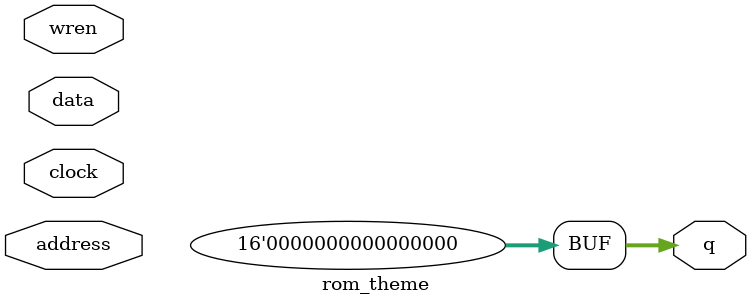
<source format=v>
module rom_theme(	// file.cleaned.mlir:2:3
  input  [17:0] address,	// file.cleaned.mlir:2:27
  input         clock,	// file.cleaned.mlir:2:46
  input  [15:0] data,	// file.cleaned.mlir:2:62
  input         wren,	// file.cleaned.mlir:2:78
  output [15:0] q	// file.cleaned.mlir:2:94
);

  assign q = 16'h0;	// file.cleaned.mlir:3:15, :4:5
endmodule


</source>
